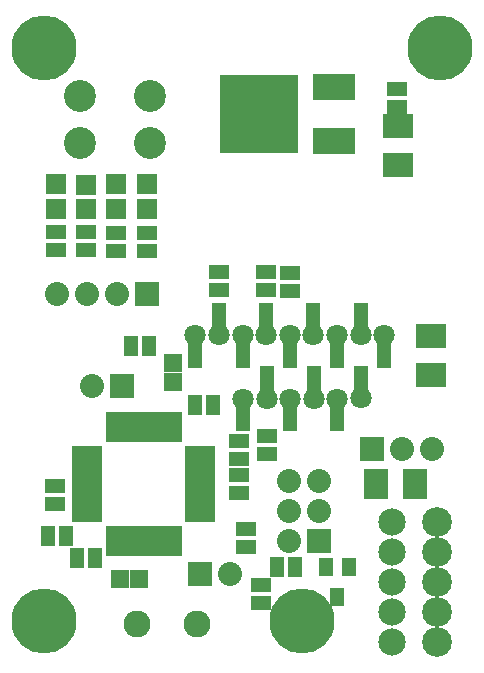
<source format=gts>
G04 (created by PCBNEW (2013-03-19 BZR 4004)-stable) date 27/05/2013 10:57:22*
%MOIN*%
G04 Gerber Fmt 3.4, Leading zero omitted, Abs format*
%FSLAX34Y34*%
G01*
G70*
G90*
G04 APERTURE LIST*
%ADD10C,2.3622e-006*%
%ADD11R,0.0476X0.0594*%
%ADD12C,0.0712*%
%ADD13R,0.0515X0.1007*%
%ADD14R,0.0987X0.0377*%
%ADD15R,0.0377X0.0987*%
%ADD16R,0.08X0.1*%
%ADD17R,0.1X0.08*%
%ADD18R,0.065X0.045*%
%ADD19R,0.045X0.065*%
%ADD20R,0.0672X0.0672*%
%ADD21C,0.1066*%
%ADD22R,0.08X0.08*%
%ADD23C,0.08*%
%ADD24C,0.2169*%
%ADD25C,0.09*%
%ADD26R,0.0594X0.0594*%
%ADD27R,0.14X0.085*%
%ADD28R,0.26X0.26*%
%ADD29C,0.0908661*%
%ADD30C,0.0987402*%
G04 APERTURE END LIST*
G54D10*
G54D11*
X49036Y-42260D03*
X48661Y-41260D03*
X49411Y-41260D03*
G54D12*
X47460Y-35656D03*
G54D13*
X47460Y-36247D03*
G54D12*
X46673Y-35656D03*
X45885Y-35656D03*
X48247Y-35656D03*
X49035Y-35656D03*
G54D13*
X46673Y-35065D03*
X45885Y-36247D03*
X48247Y-35065D03*
X49035Y-36247D03*
G54D12*
X49822Y-35646D03*
G54D13*
X49822Y-35065D03*
G54D14*
X40692Y-39603D03*
X40692Y-39288D03*
X40692Y-38973D03*
X40692Y-38658D03*
X40692Y-38343D03*
X40692Y-38028D03*
X40692Y-37713D03*
X40692Y-37398D03*
X44458Y-37400D03*
X44458Y-39610D03*
X44458Y-39290D03*
X44458Y-38970D03*
X44458Y-38660D03*
X44458Y-38340D03*
X44458Y-38030D03*
X44458Y-37710D03*
G54D15*
X41476Y-36610D03*
X41790Y-36610D03*
X42106Y-36610D03*
X42420Y-36610D03*
X42736Y-36610D03*
X43050Y-36610D03*
X43366Y-36610D03*
X43680Y-36610D03*
X41478Y-40390D03*
X41788Y-40390D03*
X42108Y-40390D03*
X42418Y-40390D03*
X42728Y-40390D03*
X43048Y-40390D03*
X43368Y-40390D03*
X43688Y-40390D03*
G54D16*
X51636Y-38506D03*
X50336Y-38506D03*
G54D17*
X51040Y-27860D03*
X51040Y-26560D03*
G54D18*
X39606Y-39162D03*
X39606Y-38562D03*
X51010Y-25330D03*
X51010Y-25930D03*
G54D19*
X47606Y-41266D03*
X47006Y-41266D03*
X40342Y-40952D03*
X40942Y-40952D03*
X39990Y-40236D03*
X39390Y-40236D03*
G54D18*
X47446Y-32060D03*
X47446Y-31460D03*
X46000Y-39988D03*
X46000Y-40588D03*
G54D19*
X44290Y-35870D03*
X44890Y-35870D03*
G54D18*
X46684Y-37484D03*
X46684Y-36884D03*
X46666Y-32040D03*
X46666Y-31440D03*
X45088Y-32038D03*
X45088Y-31438D03*
G54D20*
X42688Y-29339D03*
X42688Y-28513D03*
X41666Y-29339D03*
X41666Y-28513D03*
X40644Y-29341D03*
X40644Y-28515D03*
G54D21*
X42803Y-25555D03*
X42803Y-27129D03*
X40441Y-25555D03*
X40441Y-27129D03*
G54D17*
X52140Y-33550D03*
X52140Y-34850D03*
G54D18*
X45750Y-38806D03*
X45750Y-38206D03*
G54D19*
X42756Y-33902D03*
X42156Y-33902D03*
G54D18*
X46494Y-41862D03*
X46494Y-42462D03*
X45740Y-37070D03*
X45740Y-37670D03*
X42688Y-30724D03*
X42688Y-30124D03*
X41660Y-30724D03*
X41660Y-30124D03*
X40644Y-30708D03*
X40644Y-30108D03*
G54D22*
X48410Y-40390D03*
G54D23*
X47410Y-40390D03*
X48410Y-39390D03*
X47410Y-39390D03*
X48410Y-38390D03*
X47410Y-38390D03*
G54D24*
X52449Y-23980D03*
X47842Y-43074D03*
X39256Y-43074D03*
X39260Y-23980D03*
G54D25*
X42342Y-43172D03*
X44342Y-43172D03*
G54D22*
X44470Y-41500D03*
G54D23*
X45470Y-41500D03*
G54D18*
X39664Y-30706D03*
X39664Y-30106D03*
G54D22*
X42694Y-32152D03*
G54D23*
X41694Y-32152D03*
X40694Y-32152D03*
X39694Y-32152D03*
G54D20*
X39670Y-29327D03*
X39670Y-28501D03*
G54D12*
X45871Y-33540D03*
G54D13*
X45871Y-34131D03*
G54D12*
X45084Y-33540D03*
X44296Y-33540D03*
X46658Y-33540D03*
X47446Y-33540D03*
G54D13*
X45084Y-32949D03*
X44296Y-34131D03*
X46658Y-32949D03*
X47446Y-34131D03*
G54D12*
X48233Y-33530D03*
G54D13*
X48233Y-32949D03*
G54D12*
X49016Y-33540D03*
X49804Y-33540D03*
X50591Y-33540D03*
G54D13*
X49020Y-34130D03*
X49808Y-32949D03*
X50595Y-34130D03*
G54D26*
X41774Y-41680D03*
X42414Y-41680D03*
G54D27*
X48930Y-27076D03*
G54D28*
X46430Y-26176D03*
G54D27*
X48930Y-25276D03*
G54D22*
X41842Y-35218D03*
G54D23*
X40842Y-35218D03*
G54D26*
X43560Y-34456D03*
X43560Y-35096D03*
G54D22*
X50178Y-37332D03*
G54D23*
X51178Y-37332D03*
X52178Y-37332D03*
G54D29*
X50850Y-41770D03*
X50850Y-42770D03*
X50850Y-43770D03*
X50850Y-40770D03*
X50850Y-39770D03*
G54D30*
X52350Y-41770D03*
X52350Y-42770D03*
X52350Y-43770D03*
X52350Y-40770D03*
X52350Y-39770D03*
M02*

</source>
